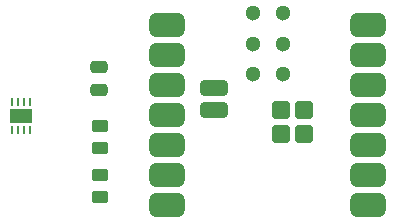
<source format=gbr>
%TF.GenerationSoftware,KiCad,Pcbnew,9.0.7*%
%TF.CreationDate,2026-02-01T15:04:17-08:00*%
%TF.ProjectId,SensingDevice,53656e73-696e-4674-9465-766963652e6b,rev?*%
%TF.SameCoordinates,Original*%
%TF.FileFunction,Paste,Top*%
%TF.FilePolarity,Positive*%
%FSLAX46Y46*%
G04 Gerber Fmt 4.6, Leading zero omitted, Abs format (unit mm)*
G04 Created by KiCad (PCBNEW 9.0.7) date 2026-02-01 15:04:17*
%MOMM*%
%LPD*%
G01*
G04 APERTURE LIST*
G04 Aperture macros list*
%AMRoundRect*
0 Rectangle with rounded corners*
0 $1 Rounding radius*
0 $2 $3 $4 $5 $6 $7 $8 $9 X,Y pos of 4 corners*
0 Add a 4 corners polygon primitive as box body*
4,1,4,$2,$3,$4,$5,$6,$7,$8,$9,$2,$3,0*
0 Add four circle primitives for the rounded corners*
1,1,$1+$1,$2,$3*
1,1,$1+$1,$4,$5*
1,1,$1+$1,$6,$7*
1,1,$1+$1,$8,$9*
0 Add four rect primitives between the rounded corners*
20,1,$1+$1,$2,$3,$4,$5,0*
20,1,$1+$1,$4,$5,$6,$7,0*
20,1,$1+$1,$6,$7,$8,$9,0*
20,1,$1+$1,$8,$9,$2,$3,0*%
G04 Aperture macros list end*
%ADD10RoundRect,0.250000X-0.450000X0.262500X-0.450000X-0.262500X0.450000X-0.262500X0.450000X0.262500X0*%
%ADD11RoundRect,0.250000X0.475000X-0.250000X0.475000X0.250000X-0.475000X0.250000X-0.475000X-0.250000X0*%
%ADD12RoundRect,0.250000X0.450000X-0.262500X0.450000X0.262500X-0.450000X0.262500X-0.450000X-0.262500X0*%
%ADD13R,0.254000X0.762000*%
%ADD14R,1.905000X1.193800*%
%ADD15RoundRect,0.250000X-0.500000X-0.500000X0.500000X-0.500000X0.500000X0.500000X-0.500000X0.500000X0*%
%ADD16RoundRect,0.500000X-1.000000X-0.500000X1.000000X-0.500000X1.000000X0.500000X-1.000000X0.500000X0*%
%ADD17RoundRect,0.250000X-0.900000X-0.400000X0.900000X-0.400000X0.900000X0.400000X-0.900000X0.400000X0*%
%ADD18C,1.300000*%
G04 APERTURE END LIST*
D10*
%TO.C,R1*%
X119750000Y-99825000D03*
X119750000Y-98000000D03*
%TD*%
D11*
%TO.C,C1*%
X119600000Y-90750000D03*
X119600000Y-88850000D03*
%TD*%
D12*
%TO.C,R2*%
X119750000Y-95662500D03*
X119750000Y-93837500D03*
%TD*%
D13*
%TO.C,U2*%
X112249811Y-94219200D03*
X112749937Y-94219200D03*
X113250063Y-94219200D03*
X113750189Y-94219200D03*
X113750189Y-91780800D03*
X113250063Y-91780800D03*
X112749937Y-91780800D03*
X112249811Y-91780800D03*
D14*
X113000000Y-93000000D03*
%TD*%
D15*
%TO.C,U1*%
X135000000Y-92500000D03*
X135000000Y-94500000D03*
X137000000Y-92500000D03*
X137000000Y-94500000D03*
D16*
X125400000Y-85280000D03*
X125400000Y-87820000D03*
X125400000Y-90360000D03*
X125400000Y-92900000D03*
X125400000Y-95440000D03*
X125400000Y-97980000D03*
X125400000Y-100520000D03*
X142400000Y-100520000D03*
X142400000Y-97980000D03*
X142400000Y-95440000D03*
X142400000Y-92900000D03*
X142400000Y-90360000D03*
X142400000Y-87820000D03*
X142400000Y-85280000D03*
D17*
X129400000Y-92500000D03*
X129400000Y-90600000D03*
D18*
X132630000Y-84280000D03*
X132630000Y-86860000D03*
X132630000Y-89400000D03*
X135170000Y-89400000D03*
X135170000Y-86860000D03*
X135170000Y-84280000D03*
%TD*%
M02*

</source>
